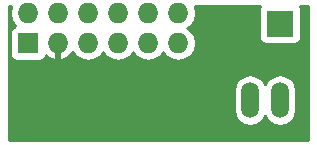
<source format=gbl>
%FSLAX34Y34*%
G04 Gerber Fmt 3.4, Leading zero omitted, Abs format*
G04 (created by PCBNEW (2014-03-08 BZR 4739)-product) date Sun 16 Mar 2014 10:57:22 AM MDT*
%MOIN*%
G01*
G70*
G90*
G04 APERTURE LIST*
%ADD10C,0.005906*%
%ADD11R,0.068000X0.068000*%
%ADD12O,0.068000X0.068000*%
%ADD13O,0.059300X0.118700*%
%ADD14R,0.088000X0.088000*%
%ADD15C,0.035000*%
%ADD16C,0.010000*%
G04 APERTURE END LIST*
G54D10*
G54D11*
X59900Y-38500D03*
G54D12*
X60900Y-38500D03*
X61900Y-38500D03*
X62900Y-38500D03*
X63900Y-38500D03*
X64900Y-38500D03*
X64900Y-37500D03*
X63900Y-37500D03*
X62900Y-37500D03*
X61900Y-37500D03*
X60900Y-37500D03*
X59900Y-37500D03*
G54D13*
X68300Y-40400D03*
X67300Y-40400D03*
G54D14*
X68300Y-37850D03*
G54D15*
X61450Y-39550D03*
X62500Y-39600D03*
X64200Y-39600D03*
X66200Y-39300D03*
G54D10*
G36*
X69230Y-41730D02*
X68846Y-41730D01*
X68846Y-40713D01*
X68846Y-40086D01*
X68804Y-39877D01*
X68686Y-39700D01*
X68509Y-39581D01*
X68300Y-39539D01*
X68090Y-39581D01*
X67913Y-39700D01*
X67800Y-39870D01*
X67686Y-39700D01*
X67509Y-39581D01*
X67300Y-39539D01*
X67090Y-39581D01*
X66913Y-39700D01*
X66795Y-39877D01*
X66753Y-40086D01*
X66753Y-40713D01*
X66795Y-40922D01*
X66913Y-41099D01*
X67090Y-41218D01*
X67300Y-41260D01*
X67509Y-41218D01*
X67686Y-41099D01*
X67800Y-40929D01*
X67913Y-41099D01*
X68090Y-41218D01*
X68300Y-41260D01*
X68509Y-41218D01*
X68686Y-41099D01*
X68804Y-40922D01*
X68846Y-40713D01*
X68846Y-41730D01*
X59269Y-41730D01*
X59269Y-37269D01*
X59346Y-37269D01*
X59343Y-37274D01*
X59298Y-37500D01*
X59343Y-37725D01*
X59471Y-37917D01*
X59479Y-37922D01*
X59418Y-37948D01*
X59348Y-38018D01*
X59310Y-38110D01*
X59310Y-38209D01*
X59310Y-38889D01*
X59348Y-38981D01*
X59418Y-39051D01*
X59510Y-39090D01*
X59609Y-39090D01*
X60289Y-39090D01*
X60381Y-39051D01*
X60451Y-38981D01*
X60484Y-38903D01*
X60550Y-38975D01*
X60758Y-39072D01*
X60850Y-39025D01*
X60850Y-38550D01*
X60842Y-38550D01*
X60842Y-38450D01*
X60850Y-38450D01*
X60850Y-38442D01*
X60950Y-38442D01*
X60950Y-38450D01*
X60957Y-38450D01*
X60957Y-38550D01*
X60950Y-38550D01*
X60950Y-39025D01*
X61041Y-39072D01*
X61249Y-38975D01*
X61400Y-38810D01*
X61471Y-38917D01*
X61662Y-39045D01*
X61888Y-39090D01*
X61911Y-39090D01*
X62137Y-39045D01*
X62328Y-38917D01*
X62400Y-38810D01*
X62471Y-38917D01*
X62662Y-39045D01*
X62888Y-39090D01*
X62911Y-39090D01*
X63137Y-39045D01*
X63328Y-38917D01*
X63400Y-38810D01*
X63471Y-38917D01*
X63662Y-39045D01*
X63888Y-39090D01*
X63911Y-39090D01*
X64137Y-39045D01*
X64328Y-38917D01*
X64400Y-38810D01*
X64471Y-38917D01*
X64662Y-39045D01*
X64888Y-39090D01*
X64911Y-39090D01*
X65137Y-39045D01*
X65328Y-38917D01*
X65456Y-38725D01*
X65501Y-38500D01*
X65456Y-38274D01*
X65328Y-38082D01*
X65204Y-38000D01*
X65328Y-37917D01*
X65456Y-37725D01*
X65501Y-37500D01*
X65456Y-37274D01*
X65453Y-37269D01*
X67647Y-37269D01*
X67610Y-37360D01*
X67610Y-37459D01*
X67610Y-38339D01*
X67648Y-38431D01*
X67718Y-38501D01*
X67810Y-38540D01*
X67909Y-38540D01*
X68789Y-38540D01*
X68881Y-38501D01*
X68951Y-38431D01*
X68990Y-38339D01*
X68990Y-38240D01*
X68990Y-37360D01*
X68952Y-37269D01*
X69230Y-37269D01*
X69230Y-41730D01*
X69230Y-41730D01*
G37*
G54D16*
X69230Y-41730D02*
X68846Y-41730D01*
X68846Y-40713D01*
X68846Y-40086D01*
X68804Y-39877D01*
X68686Y-39700D01*
X68509Y-39581D01*
X68300Y-39539D01*
X68090Y-39581D01*
X67913Y-39700D01*
X67800Y-39870D01*
X67686Y-39700D01*
X67509Y-39581D01*
X67300Y-39539D01*
X67090Y-39581D01*
X66913Y-39700D01*
X66795Y-39877D01*
X66753Y-40086D01*
X66753Y-40713D01*
X66795Y-40922D01*
X66913Y-41099D01*
X67090Y-41218D01*
X67300Y-41260D01*
X67509Y-41218D01*
X67686Y-41099D01*
X67800Y-40929D01*
X67913Y-41099D01*
X68090Y-41218D01*
X68300Y-41260D01*
X68509Y-41218D01*
X68686Y-41099D01*
X68804Y-40922D01*
X68846Y-40713D01*
X68846Y-41730D01*
X59269Y-41730D01*
X59269Y-37269D01*
X59346Y-37269D01*
X59343Y-37274D01*
X59298Y-37500D01*
X59343Y-37725D01*
X59471Y-37917D01*
X59479Y-37922D01*
X59418Y-37948D01*
X59348Y-38018D01*
X59310Y-38110D01*
X59310Y-38209D01*
X59310Y-38889D01*
X59348Y-38981D01*
X59418Y-39051D01*
X59510Y-39090D01*
X59609Y-39090D01*
X60289Y-39090D01*
X60381Y-39051D01*
X60451Y-38981D01*
X60484Y-38903D01*
X60550Y-38975D01*
X60758Y-39072D01*
X60850Y-39025D01*
X60850Y-38550D01*
X60842Y-38550D01*
X60842Y-38450D01*
X60850Y-38450D01*
X60850Y-38442D01*
X60950Y-38442D01*
X60950Y-38450D01*
X60957Y-38450D01*
X60957Y-38550D01*
X60950Y-38550D01*
X60950Y-39025D01*
X61041Y-39072D01*
X61249Y-38975D01*
X61400Y-38810D01*
X61471Y-38917D01*
X61662Y-39045D01*
X61888Y-39090D01*
X61911Y-39090D01*
X62137Y-39045D01*
X62328Y-38917D01*
X62400Y-38810D01*
X62471Y-38917D01*
X62662Y-39045D01*
X62888Y-39090D01*
X62911Y-39090D01*
X63137Y-39045D01*
X63328Y-38917D01*
X63400Y-38810D01*
X63471Y-38917D01*
X63662Y-39045D01*
X63888Y-39090D01*
X63911Y-39090D01*
X64137Y-39045D01*
X64328Y-38917D01*
X64400Y-38810D01*
X64471Y-38917D01*
X64662Y-39045D01*
X64888Y-39090D01*
X64911Y-39090D01*
X65137Y-39045D01*
X65328Y-38917D01*
X65456Y-38725D01*
X65501Y-38500D01*
X65456Y-38274D01*
X65328Y-38082D01*
X65204Y-38000D01*
X65328Y-37917D01*
X65456Y-37725D01*
X65501Y-37500D01*
X65456Y-37274D01*
X65453Y-37269D01*
X67647Y-37269D01*
X67610Y-37360D01*
X67610Y-37459D01*
X67610Y-38339D01*
X67648Y-38431D01*
X67718Y-38501D01*
X67810Y-38540D01*
X67909Y-38540D01*
X68789Y-38540D01*
X68881Y-38501D01*
X68951Y-38431D01*
X68990Y-38339D01*
X68990Y-38240D01*
X68990Y-37360D01*
X68952Y-37269D01*
X69230Y-37269D01*
X69230Y-41730D01*
M02*

</source>
